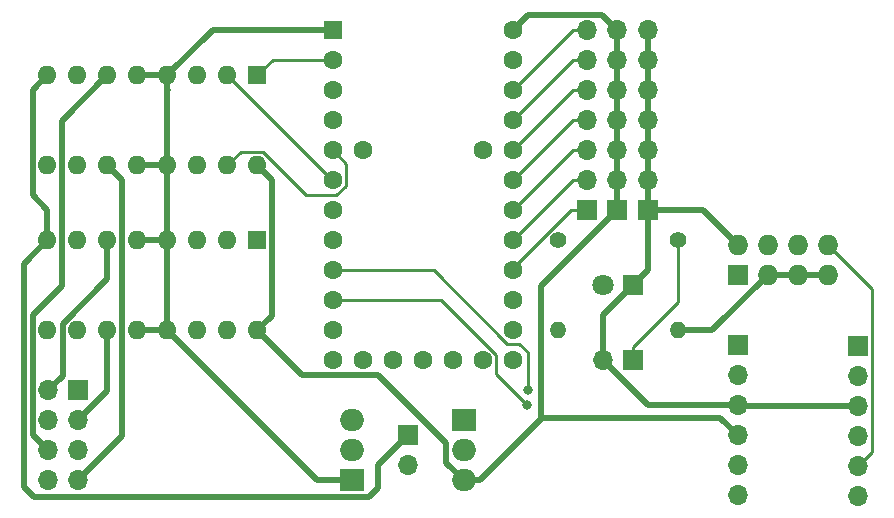
<source format=gbr>
%TF.GenerationSoftware,KiCad,Pcbnew,6.0.2+dfsg-1*%
%TF.CreationDate,2022-09-29T16:43:38-05:00*%
%TF.ProjectId,WaterGame,57617465-7247-4616-9d65-2e6b69636164,rev?*%
%TF.SameCoordinates,PX49e1930PY59a0560*%
%TF.FileFunction,Copper,L1,Top*%
%TF.FilePolarity,Positive*%
%FSLAX46Y46*%
G04 Gerber Fmt 4.6, Leading zero omitted, Abs format (unit mm)*
G04 Created by KiCad (PCBNEW 6.0.2+dfsg-1) date 2022-09-29 16:43:38*
%MOMM*%
%LPD*%
G01*
G04 APERTURE LIST*
%TA.AperFunction,ComponentPad*%
%ADD10R,1.700000X1.700000*%
%TD*%
%TA.AperFunction,ComponentPad*%
%ADD11O,1.700000X1.700000*%
%TD*%
%TA.AperFunction,ComponentPad*%
%ADD12C,1.400000*%
%TD*%
%TA.AperFunction,ComponentPad*%
%ADD13O,1.400000X1.400000*%
%TD*%
%TA.AperFunction,ComponentPad*%
%ADD14R,1.800000X1.800000*%
%TD*%
%TA.AperFunction,ComponentPad*%
%ADD15C,1.800000*%
%TD*%
%TA.AperFunction,ComponentPad*%
%ADD16R,1.600000X1.600000*%
%TD*%
%TA.AperFunction,ComponentPad*%
%ADD17O,1.600000X1.600000*%
%TD*%
%TA.AperFunction,ComponentPad*%
%ADD18R,1.727200X1.727200*%
%TD*%
%TA.AperFunction,ComponentPad*%
%ADD19O,1.727200X1.727200*%
%TD*%
%TA.AperFunction,ComponentPad*%
%ADD20C,1.600000*%
%TD*%
%TA.AperFunction,ComponentPad*%
%ADD21R,2.000000X1.905000*%
%TD*%
%TA.AperFunction,ComponentPad*%
%ADD22O,2.000000X1.905000*%
%TD*%
%TA.AperFunction,ViaPad*%
%ADD23C,0.800000*%
%TD*%
%TA.AperFunction,Conductor*%
%ADD24C,0.250000*%
%TD*%
%TA.AperFunction,Conductor*%
%ADD25C,0.500000*%
%TD*%
G04 APERTURE END LIST*
D10*
%TO.P,J4,1,Pin_1*%
%TO.N,Net-(J4-Pad1)*%
X53340000Y15240000D03*
D11*
%TO.P,J4,2,Pin_2*%
%TO.N,Net-(J1C1-Pad7)*%
X50800000Y15240000D03*
%TD*%
D10*
%TO.P,J1B1,1,Pin_1*%
%TO.N,Net-(J1B1-Pad1)*%
X52045000Y27960000D03*
D11*
%TO.P,J1B1,2,Pin_2*%
X52045000Y30500000D03*
%TO.P,J1B1,3,Pin_3*%
X52045000Y33040000D03*
%TO.P,J1B1,4,Pin_4*%
X52045000Y35580000D03*
%TO.P,J1B1,5,Pin_5*%
X52045000Y38120000D03*
%TO.P,J1B1,6,Pin_6*%
X52045000Y40660000D03*
%TO.P,J1B1,7,Pin_7*%
X52045000Y43200000D03*
%TD*%
D12*
%TO.P,R2,1*%
%TO.N,Net-(R2-Pad1)*%
X46990000Y25400000D03*
D13*
%TO.P,R2,2*%
%TO.N,Net-(U3-Pad18)*%
X46990000Y17780000D03*
%TD*%
D10*
%TO.P,J3,1,Pin_1*%
%TO.N,Net-(J3-Pad1)*%
X34290000Y8890000D03*
D11*
%TO.P,J3,2,Pin_2*%
%TO.N,Net-(J1C1-Pad7)*%
X34290000Y6350000D03*
%TD*%
D14*
%TO.P,D1,1,K*%
%TO.N,Net-(J1C1-Pad7)*%
X53340000Y21590000D03*
D15*
%TO.P,D1,2,A*%
%TO.N,Net-(R2-Pad1)*%
X50800000Y21590000D03*
%TD*%
D10*
%TO.P,J2,1,Pin_1*%
%TO.N,Net-(U6-Pad3)*%
X6370000Y12700000D03*
D11*
%TO.P,J2,2,Pin_2*%
%TO.N,Net-(U6-Pad6)*%
X3830000Y12700000D03*
%TO.P,J2,3,Pin_3*%
%TO.N,Net-(U6-Pad11)*%
X6370000Y10160000D03*
%TO.P,J2,4,Pin_4*%
%TO.N,Net-(U6-Pad14)*%
X3830000Y10160000D03*
%TO.P,J2,5,Pin_5*%
%TO.N,Net-(J2-Pad5)*%
X6370000Y7620000D03*
%TO.P,J2,6,Pin_6*%
%TO.N,Net-(U5-Pad6)*%
X3830000Y7620000D03*
%TO.P,J2,7,Pin_7*%
%TO.N,Net-(J2-Pad7)*%
X6370000Y5080000D03*
%TO.P,J2,8,Pin_8*%
%TO.N,Net-(J2-Pad8)*%
X3830000Y5080000D03*
%TD*%
D10*
%TO.P,J5A2,1,Pin_1*%
%TO.N,unconnected-(J5A2-Pad1)*%
X72415000Y16485000D03*
D11*
%TO.P,J5A2,2,Pin_2*%
%TO.N,unconnected-(J5A2-Pad2)*%
X72415000Y13945000D03*
%TO.P,J5A2,3,Pin_3*%
%TO.N,Net-(J1C1-Pad7)*%
X72415000Y11405000D03*
%TO.P,J5A2,4,Pin_4*%
%TO.N,Net-(J5A2-Pad4)*%
X72415000Y8865000D03*
%TO.P,J5A2,5,Pin_5*%
%TO.N,Net-(J5A2-Pad5)*%
X72415000Y6325000D03*
%TO.P,J5A2,6,Pin_6*%
%TO.N,Net-(J5A2-Pad6)*%
X72415000Y3785000D03*
%TD*%
D10*
%TO.P,J1C1,1,Pin_1*%
%TO.N,Net-(J1C1-Pad7)*%
X54610000Y27960000D03*
D11*
%TO.P,J1C1,2,Pin_2*%
X54610000Y30500000D03*
%TO.P,J1C1,3,Pin_3*%
X54610000Y33040000D03*
%TO.P,J1C1,4,Pin_4*%
X54610000Y35580000D03*
%TO.P,J1C1,5,Pin_5*%
X54610000Y38120000D03*
%TO.P,J1C1,6,Pin_6*%
X54610000Y40660000D03*
%TO.P,J1C1,7,Pin_7*%
X54610000Y43200000D03*
%TD*%
D10*
%TO.P,J5A1,1,Pin_1*%
%TO.N,unconnected-(J5A1-Pad1)*%
X62230000Y16510000D03*
D11*
%TO.P,J5A1,2,Pin_2*%
%TO.N,unconnected-(J5A1-Pad2)*%
X62230000Y13970000D03*
%TO.P,J5A1,3,Pin_3*%
%TO.N,Net-(J1C1-Pad7)*%
X62230000Y11430000D03*
%TO.P,J5A1,4,Pin_4*%
%TO.N,Net-(J1B1-Pad1)*%
X62230000Y8890000D03*
%TO.P,J5A1,5,Pin_5*%
%TO.N,Net-(J5A1-Pad5)*%
X62230000Y6350000D03*
%TO.P,J5A1,6,Pin_6*%
%TO.N,Net-(J5A1-Pad6)*%
X62230000Y3810000D03*
%TD*%
D12*
%TO.P,R1,1*%
%TO.N,Net-(J4-Pad1)*%
X57150000Y25400000D03*
D13*
%TO.P,R1,2*%
%TO.N,Net-(J5A2-Pad4)*%
X57150000Y17780000D03*
%TD*%
D10*
%TO.P,J1A1,1,Pin_1*%
%TO.N,Net-(J1A1-Pad1)*%
X49505000Y27960000D03*
D11*
%TO.P,J1A1,2,Pin_2*%
%TO.N,Net-(J1A1-Pad2)*%
X49505000Y30500000D03*
%TO.P,J1A1,3,Pin_3*%
%TO.N,Net-(J1A1-Pad3)*%
X49505000Y33040000D03*
%TO.P,J1A1,4,Pin_4*%
%TO.N,Net-(J1A1-Pad4)*%
X49505000Y35580000D03*
%TO.P,J1A1,5,Pin_5*%
%TO.N,Net-(J1A1-Pad5)*%
X49505000Y38120000D03*
%TO.P,J1A1,6,Pin_6*%
%TO.N,Net-(J1A1-Pad6)*%
X49505000Y40660000D03*
%TO.P,J1A1,7,Pin_7*%
%TO.N,Net-(J1A1-Pad7)*%
X49505000Y43200000D03*
%TD*%
D16*
%TO.P,U5,1,EN1\u002C2*%
%TO.N,Net-(U3-Pad2)*%
X21575000Y39360000D03*
D17*
%TO.P,U5,2,1A*%
%TO.N,Net-(U3-Pad6)*%
X19035000Y39360000D03*
%TO.P,U5,3,1Y*%
%TO.N,Net-(J2-Pad5)*%
X16495000Y39360000D03*
%TO.P,U5,4,GND*%
%TO.N,Net-(J1C1-Pad7)*%
X13955000Y39360000D03*
%TO.P,U5,5,GND*%
X11415000Y39360000D03*
%TO.P,U5,6,2Y*%
%TO.N,Net-(U5-Pad6)*%
X8875000Y39360000D03*
%TO.P,U5,7,2A*%
%TO.N,Net-(U3-Pad4)*%
X6335000Y39360000D03*
%TO.P,U5,8,VCC2*%
%TO.N,Net-(J3-Pad1)*%
X3795000Y39360000D03*
%TO.P,U5,9,EN3\u002C4*%
%TO.N,Net-(U3-Pad3)*%
X3795000Y31740000D03*
%TO.P,U5,10,3A*%
%TO.N,Net-(U3-Pad7)*%
X6335000Y31740000D03*
%TO.P,U5,11,3Y*%
%TO.N,Net-(J2-Pad7)*%
X8875000Y31740000D03*
%TO.P,U5,12,GND*%
%TO.N,Net-(J1C1-Pad7)*%
X11415000Y31740000D03*
%TO.P,U5,13,GND*%
X13955000Y31740000D03*
%TO.P,U5,14,4Y*%
%TO.N,Net-(J2-Pad8)*%
X16495000Y31740000D03*
%TO.P,U5,15,4A*%
%TO.N,Net-(U3-Pad5)*%
X19035000Y31740000D03*
%TO.P,U5,16,VCC1*%
%TO.N,Net-(J1B1-Pad1)*%
X21575000Y31740000D03*
%TD*%
D18*
%TO.P,U4,1,UTXD*%
%TO.N,Net-(J5A2-Pad6)*%
X62240000Y22479000D03*
D19*
%TO.P,U4,2,GND*%
%TO.N,Net-(J1C1-Pad7)*%
X62240000Y25019000D03*
%TO.P,U4,3,CH_PD*%
%TO.N,Net-(J5A2-Pad4)*%
X64780000Y22479000D03*
%TO.P,U4,4,GPIO2*%
%TO.N,unconnected-(U4-Pad4)*%
X64780000Y25019000D03*
%TO.P,U4,5,RST*%
%TO.N,Net-(J5A2-Pad4)*%
X67320000Y22479000D03*
%TO.P,U4,6,GPIO0*%
%TO.N,Net-(J4-Pad1)*%
X67320000Y25019000D03*
%TO.P,U4,7,VCC*%
%TO.N,Net-(J5A2-Pad4)*%
X69860000Y22479000D03*
%TO.P,U4,8,URXD*%
%TO.N,Net-(J5A2-Pad5)*%
X69860000Y25019000D03*
%TD*%
D16*
%TO.P,U3,1,GND*%
%TO.N,Net-(J1C1-Pad7)*%
X27940000Y43180000D03*
D20*
%TO.P,U3,2,0*%
%TO.N,Net-(U3-Pad2)*%
X27940000Y40640000D03*
%TO.P,U3,3,1*%
%TO.N,Net-(U3-Pad3)*%
X27940000Y38100000D03*
%TO.P,U3,4,2*%
%TO.N,Net-(U3-Pad4)*%
X27940000Y35560000D03*
%TO.P,U3,5,3*%
%TO.N,Net-(U3-Pad5)*%
X27940000Y33020000D03*
%TO.P,U3,6,4_PWM*%
%TO.N,Net-(U3-Pad6)*%
X27940000Y30480000D03*
%TO.P,U3,7,5_INT0_PWM*%
%TO.N,Net-(U3-Pad7)*%
X27940000Y27940000D03*
%TO.P,U3,8,6_INT1*%
%TO.N,Net-(U3-Pad8)*%
X27940000Y25400000D03*
%TO.P,U3,9,7_INT2_RX*%
%TO.N,Net-(J5A1-Pad6)*%
X27940000Y22860000D03*
%TO.P,U3,10,8_INT3_TX*%
%TO.N,Net-(J5A1-Pad5)*%
X27940000Y20320000D03*
%TO.P,U3,11,9_PWM*%
%TO.N,Net-(U3-Pad11)*%
X27940000Y17780000D03*
%TO.P,U3,12,10_PWM*%
%TO.N,Net-(U3-Pad12)*%
X27940000Y15240000D03*
%TO.P,U3,13,23*%
%TO.N,unconnected-(U3-Pad13)*%
X30480000Y15240000D03*
%TO.P,U3,14,+5V*%
%TO.N,unconnected-(U3-Pad14)*%
X33020000Y15240000D03*
%TO.P,U3,15,GND*%
%TO.N,unconnected-(U3-Pad15)*%
X35560000Y15240000D03*
%TO.P,U3,16,RST*%
%TO.N,unconnected-(U3-Pad16)*%
X38100000Y15240000D03*
%TO.P,U3,17,22_A11*%
%TO.N,unconnected-(U3-Pad17)*%
X40640000Y15240000D03*
%TO.P,U3,18,11_A10_LED*%
%TO.N,Net-(U3-Pad18)*%
X43180000Y15240000D03*
%TO.P,U3,19,12_A9_PWM*%
%TO.N,Net-(U3-Pad19)*%
X43180000Y17780000D03*
%TO.P,U3,20,13_A8*%
%TO.N,Net-(U3-Pad20)*%
X43180000Y20320000D03*
%TO.P,U3,21,14_A7_PWM*%
%TO.N,Net-(J1A1-Pad1)*%
X43180000Y22860000D03*
%TO.P,U3,22,15_A6_PWM*%
%TO.N,Net-(J1A1-Pad2)*%
X43180000Y25400000D03*
%TO.P,U3,23,16_A5*%
%TO.N,Net-(J1A1-Pad3)*%
X43180000Y27940000D03*
%TO.P,U3,24,17_A4*%
%TO.N,Net-(J1A1-Pad4)*%
X43180000Y30480000D03*
%TO.P,U3,25,18_A3*%
%TO.N,Net-(J1A1-Pad5)*%
X43180000Y33020000D03*
%TO.P,U3,26,19_A2*%
%TO.N,Net-(J1A1-Pad6)*%
X43180000Y35560000D03*
%TO.P,U3,27,20_A1*%
%TO.N,Net-(J1A1-Pad7)*%
X43180000Y38100000D03*
%TO.P,U3,28,21_A0*%
%TO.N,Net-(U3-Pad28)*%
X43180000Y40640000D03*
%TO.P,U3,29,+5V*%
%TO.N,Net-(J1B1-Pad1)*%
X43180000Y43180000D03*
%TO.P,U3,30,24*%
%TO.N,unconnected-(U3-Pad30)*%
X30480000Y33020000D03*
%TO.P,U3,31,AREF*%
%TO.N,unconnected-(U3-Pad31)*%
X40640000Y33020000D03*
%TD*%
D21*
%TO.P,U1,1,VI*%
%TO.N,Net-(J3-Pad1)*%
X39030000Y10160000D03*
D22*
%TO.P,U1,2,GND*%
%TO.N,Net-(J1C1-Pad7)*%
X39030000Y7620000D03*
%TO.P,U1,3,VO*%
%TO.N,Net-(J1B1-Pad1)*%
X39030000Y5080000D03*
%TD*%
D16*
%TO.P,U6,1,EN1\u002C2*%
%TO.N,Net-(U3-Pad19)*%
X21575000Y25400000D03*
D17*
%TO.P,U6,2,1A*%
%TO.N,Net-(U3-Pad11)*%
X19035000Y25400000D03*
%TO.P,U6,3,1Y*%
%TO.N,Net-(U6-Pad3)*%
X16495000Y25400000D03*
%TO.P,U6,4,GND*%
%TO.N,Net-(J1C1-Pad7)*%
X13955000Y25400000D03*
%TO.P,U6,5,GND*%
X11415000Y25400000D03*
%TO.P,U6,6,2Y*%
%TO.N,Net-(U6-Pad6)*%
X8875000Y25400000D03*
%TO.P,U6,7,2A*%
%TO.N,Net-(U3-Pad8)*%
X6335000Y25400000D03*
%TO.P,U6,8,VCC2*%
%TO.N,Net-(J3-Pad1)*%
X3795000Y25400000D03*
%TO.P,U6,9,EN3\u002C4*%
%TO.N,Net-(U3-Pad28)*%
X3795000Y17780000D03*
%TO.P,U6,10,3A*%
%TO.N,Net-(U3-Pad12)*%
X6335000Y17780000D03*
%TO.P,U6,11,3Y*%
%TO.N,Net-(U6-Pad11)*%
X8875000Y17780000D03*
%TO.P,U6,12,GND*%
%TO.N,Net-(J1C1-Pad7)*%
X11415000Y17780000D03*
%TO.P,U6,13,GND*%
X13955000Y17780000D03*
%TO.P,U6,14,4Y*%
%TO.N,Net-(U6-Pad14)*%
X16495000Y17780000D03*
%TO.P,U6,15,4A*%
%TO.N,Net-(U3-Pad20)*%
X19035000Y17780000D03*
%TO.P,U6,16,VCC1*%
%TO.N,Net-(J1B1-Pad1)*%
X21575000Y17780000D03*
%TD*%
D21*
%TO.P,U2,1,VI*%
%TO.N,Net-(J1C1-Pad7)*%
X29550000Y5080000D03*
D22*
%TO.P,U2,2,GND*%
%TO.N,Net-(J5A2-Pad4)*%
X29550000Y7620000D03*
%TO.P,U2,3,VO*%
%TO.N,Net-(J3-Pad1)*%
X29550000Y10160000D03*
%TD*%
D23*
%TO.N,Net-(J5A1-Pad5)*%
X44402701Y11477299D03*
%TO.N,Net-(J5A1-Pad6)*%
X44450000Y12700000D03*
%TD*%
D24*
%TO.N,Net-(J1A1-Pad1)*%
X48101122Y27960000D02*
X43180000Y23038878D01*
X43180000Y23038878D02*
X43180000Y22860000D01*
X49505000Y27960000D02*
X48101122Y27960000D01*
%TO.N,Net-(J1A1-Pad2)*%
X49505000Y30500000D02*
X48280000Y30500000D01*
X48280000Y30500000D02*
X43180000Y25400000D01*
%TO.N,Net-(J1A1-Pad3)*%
X48280000Y33040000D02*
X43180000Y27940000D01*
X49505000Y33040000D02*
X48280000Y33040000D01*
%TO.N,Net-(J1A1-Pad4)*%
X48280000Y35580000D02*
X43180000Y30480000D01*
X49505000Y35580000D02*
X48280000Y35580000D01*
%TO.N,Net-(J1A1-Pad5)*%
X49505000Y38120000D02*
X48280000Y38120000D01*
X48280000Y38120000D02*
X43180000Y33020000D01*
%TO.N,Net-(J1A1-Pad6)*%
X48280000Y40660000D02*
X43180000Y35560000D01*
X49505000Y40660000D02*
X48280000Y40660000D01*
%TO.N,Net-(J1A1-Pad7)*%
X48280000Y43200000D02*
X43180000Y38100000D01*
X49505000Y43200000D02*
X48280000Y43200000D01*
D25*
%TO.N,Net-(J1B1-Pad1)*%
X39030000Y5080000D02*
X40435000Y5080000D01*
X40435000Y5080000D02*
X45617500Y10262500D01*
X52045000Y27960000D02*
X45617500Y21532500D01*
X43180000Y43180000D02*
X44499511Y44499511D01*
X52045000Y38120000D02*
X52045000Y35580000D01*
X44499511Y44499511D02*
X50745489Y44499511D01*
X25385000Y13970000D02*
X21575000Y17780000D01*
X37580480Y8198542D02*
X31809022Y13970000D01*
X45617500Y21532500D02*
X45617500Y10262500D01*
X62230000Y8890000D02*
X60755000Y10365000D01*
X52045000Y27960000D02*
X52045000Y30500000D01*
X52045000Y33040000D02*
X52045000Y35580000D01*
X39030000Y5080000D02*
X37580480Y6529520D01*
X22824511Y30490489D02*
X21575000Y31740000D01*
X22824511Y19029511D02*
X22824511Y30490489D01*
X37580480Y6529520D02*
X37580480Y8198542D01*
X52045000Y40660000D02*
X52045000Y38120000D01*
X50745489Y44499511D02*
X52045000Y43200000D01*
X52045000Y43200000D02*
X52045000Y40660000D01*
X21575000Y17780000D02*
X22824511Y19029511D01*
X45617500Y10262500D02*
X45720000Y10365000D01*
X60755000Y10365000D02*
X45720000Y10365000D01*
X52045000Y30500000D02*
X52045000Y33040000D01*
X31809022Y13970000D02*
X25385000Y13970000D01*
%TO.N,Net-(J1C1-Pad7)*%
X62230000Y11430000D02*
X54610000Y11430000D01*
X13955000Y25400000D02*
X11415000Y25400000D01*
X54610000Y22860000D02*
X53340000Y21590000D01*
X13955000Y31740000D02*
X13955000Y38085000D01*
X54610000Y27960000D02*
X54610000Y22860000D01*
X50800000Y15240000D02*
X50800000Y19050000D01*
X54610000Y11430000D02*
X50800000Y15240000D01*
X13955000Y38085000D02*
X13970000Y38100000D01*
X13955000Y38115000D02*
X13955000Y39360000D01*
X13955000Y31740000D02*
X11415000Y31740000D01*
X62255000Y11405000D02*
X62230000Y11430000D01*
X72415000Y11405000D02*
X62255000Y11405000D01*
X50800000Y19050000D02*
X53340000Y21590000D01*
X29550000Y5080000D02*
X26655000Y5080000D01*
X54610000Y40660000D02*
X54610000Y38120000D01*
X54610000Y27960000D02*
X59299000Y27960000D01*
X13955000Y17780000D02*
X11415000Y17780000D01*
X13970000Y38100000D02*
X13955000Y38115000D01*
X54610000Y43200000D02*
X54610000Y40660000D01*
X13955000Y39360000D02*
X11415000Y39360000D01*
X54610000Y30500000D02*
X54610000Y27960000D01*
X27940000Y43180000D02*
X17775000Y43180000D01*
X13955000Y17780000D02*
X13955000Y25400000D01*
X17775000Y43180000D02*
X13955000Y39360000D01*
X13955000Y25400000D02*
X13955000Y31740000D01*
X26655000Y5080000D02*
X13955000Y17780000D01*
X59299000Y27960000D02*
X62240000Y25019000D01*
X54610000Y35580000D02*
X54610000Y33040000D01*
X54610000Y33040000D02*
X54610000Y30500000D01*
X54610000Y38120000D02*
X54610000Y35580000D01*
%TO.N,Net-(J2-Pad7)*%
X8875000Y31740000D02*
X10124511Y30490489D01*
X10124511Y8834511D02*
X6370000Y5080000D01*
X10124511Y30490489D02*
X10124511Y8834511D01*
%TO.N,Net-(J3-Pad1)*%
X2540000Y38105000D02*
X2540000Y29210000D01*
X1830969Y23435969D02*
X1830969Y4519031D01*
X3795000Y39360000D02*
X2540000Y38105000D01*
X2540000Y29210000D02*
X3795000Y27955000D01*
X31750000Y4428478D02*
X31750000Y6350000D01*
X31750000Y6350000D02*
X34290000Y8890000D01*
X3795000Y25400000D02*
X1830969Y23435969D01*
X3795000Y27955000D02*
X3795000Y25400000D01*
X1830969Y4519031D02*
X2672011Y3677989D01*
X2672011Y3677989D02*
X30999511Y3677989D01*
X30999511Y3677989D02*
X31750000Y4428478D01*
D24*
%TO.N,Net-(J4-Pad1)*%
X53340000Y16340000D02*
X57150000Y20150000D01*
X57150000Y20150000D02*
X57150000Y25400000D01*
X53340000Y15240000D02*
X53340000Y16340000D01*
%TO.N,Net-(J5A1-Pad5)*%
X41764511Y15705789D02*
X41764511Y14115489D01*
X41764511Y14115489D02*
X44402701Y11477299D01*
X27940000Y20320000D02*
X37150300Y20320000D01*
X37150300Y20320000D02*
X41764511Y15705789D01*
%TO.N,Net-(J5A1-Pad6)*%
X42714211Y16655489D02*
X43725500Y16655489D01*
X43725500Y16655489D02*
X44450000Y15930989D01*
X44450000Y15930989D02*
X44450000Y12700000D01*
X27940000Y22860000D02*
X36509700Y22860000D01*
X36509700Y22860000D02*
X42714211Y16655489D01*
D25*
%TO.N,Net-(J5A2-Pad4)*%
X29550000Y7620000D02*
X29210000Y7620000D01*
X57150000Y17780000D02*
X60081000Y17780000D01*
X64780000Y22479000D02*
X67320000Y22479000D01*
X60081000Y17780000D02*
X64780000Y22479000D01*
X67320000Y22479000D02*
X69860000Y22479000D01*
D24*
%TO.N,Net-(J5A2-Pad5)*%
X69860000Y25019000D02*
X73589511Y21289489D01*
X73589511Y21289489D02*
X73589511Y20249511D01*
X73589511Y7499511D02*
X72415000Y6325000D01*
X73589511Y20249511D02*
X73589511Y7499511D01*
%TO.N,Net-(U3-Pad5)*%
X28260300Y29210000D02*
X25695300Y29210000D01*
X25695300Y29210000D02*
X22040789Y32864511D01*
X22040789Y32864511D02*
X20159511Y32864511D01*
X27940000Y33020000D02*
X29064511Y31895489D01*
X29064511Y30014211D02*
X28260300Y29210000D01*
X20159511Y32864511D02*
X19035000Y31740000D01*
X29064511Y31895489D02*
X29064511Y30014211D01*
%TO.N,Net-(U3-Pad6)*%
X19035000Y39360000D02*
X27915000Y30480000D01*
X27915000Y30480000D02*
X27940000Y30480000D01*
D25*
%TO.N,Net-(U6-Pad6)*%
X8875000Y25400000D02*
X8875000Y22087076D01*
X5080000Y13950000D02*
X3830000Y12700000D01*
X5080000Y18292076D02*
X5080000Y13950000D01*
X8875000Y22087076D02*
X5080000Y18292076D01*
%TO.N,Net-(U6-Pad11)*%
X8875000Y12665000D02*
X6370000Y10160000D01*
X8875000Y17780000D02*
X8875000Y12665000D01*
%TO.N,Net-(U5-Pad6)*%
X5044511Y21554511D02*
X2530489Y19040489D01*
X8875000Y39360000D02*
X5044511Y35529511D01*
X2530489Y19040489D02*
X2530489Y8919511D01*
X5044511Y35529511D02*
X5044511Y21554511D01*
X2530489Y8919511D02*
X3830000Y7620000D01*
%TO.N,Net-(U3-Pad2)*%
X21575000Y39385000D02*
X21575000Y39360000D01*
D24*
X22855000Y40640000D02*
X21575000Y39360000D01*
X27940000Y40640000D02*
X22855000Y40640000D01*
%TD*%
M02*

</source>
